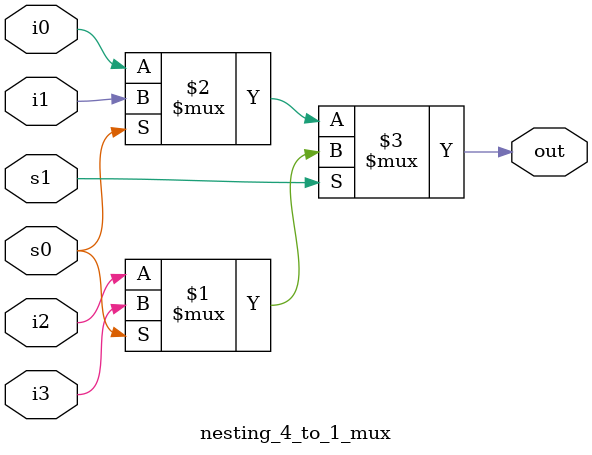
<source format=v>
module nesting_4_to_1_mux(
    input wire i0,    // Input signal 0
    input wire i1,    // Input signal 1
    input wire i2,    // Input signal 2
    input wire i3,    // Input signal 3
    input wire s0,    // Select signal 0
    input wire s1,    // Select signal 1
    output wire out   // Output signal
    );

    // 4-to-1 multiplexer using nested conditional operators
    assign out = s1 ? (s0 ? i3 : i2) : (s0 ? i1 : i0); // Nested conditional operator for 4-to-1 mux

endmodule

</source>
